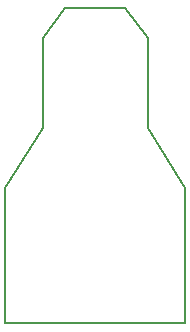
<source format=gm1>
%TF.GenerationSoftware,KiCad,Pcbnew,4.0.7-e2-6376~58~ubuntu16.04.1*%
%TF.CreationDate,2017-11-12T16:16:19-05:00*%
%TF.ProjectId,AH1892Breakout,414831383932427265616B6F75742E6B,rev?*%
%TF.FileFunction,Profile,NP*%
%FSLAX46Y46*%
G04 Gerber Fmt 4.6, Leading zero omitted, Abs format (unit mm)*
G04 Created by KiCad (PCBNEW 4.0.7-e2-6376~58~ubuntu16.04.1) date Sun Nov 12 16:16:19 2017*
%MOMM*%
%LPD*%
G01*
G04 APERTURE LIST*
%ADD10C,0.127000*%
G04 APERTURE END LIST*
D10*
X142240000Y-104140000D02*
X142240000Y-115570000D01*
X145415000Y-99060000D02*
X142240000Y-104140000D01*
X145415000Y-91440000D02*
X145415000Y-99060000D01*
X147320000Y-88900000D02*
X145415000Y-91440000D01*
X152400000Y-88900000D02*
X147320000Y-88900000D01*
X154305000Y-91440000D02*
X152400000Y-88900000D01*
X154305000Y-99060000D02*
X154305000Y-91440000D01*
X157480000Y-104140000D02*
X154305000Y-99060000D01*
X157480000Y-115570000D02*
X157480000Y-104140000D01*
X142240000Y-115570000D02*
X157480000Y-115570000D01*
M02*

</source>
